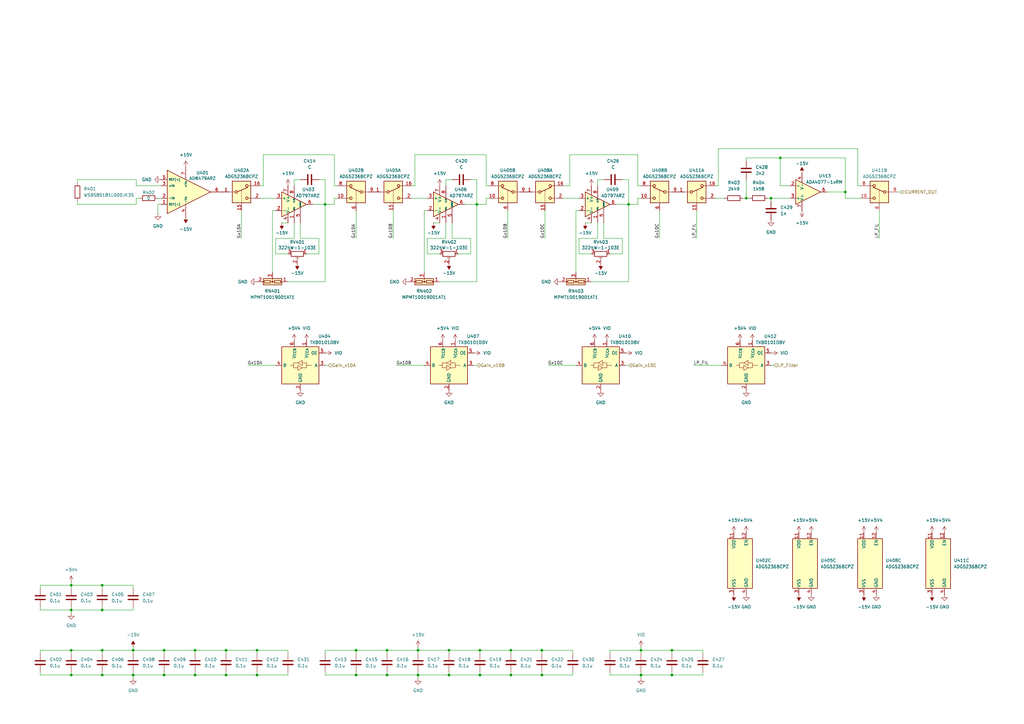
<source format=kicad_sch>
(kicad_sch (version 20231120) (generator "eeschema") (generator_version "8.0")
  (paper "A3")
  (junction (at 196.85 276.86))
  (junction (at 158.75 266.7))
  (junction (at 196.85 266.7))
  (junction (at 275.59 266.7))
  (junction (at 133.35 83.82))
  (junction (at 29.21 250.19))
  (junction (at 257.81 83.82))
  (junction (at 29.21 276.86))
  (junction (at 346.71 78.74))
  (junction (at 29.21 240.03))
  (junction (at 316.23 81.28))
  (junction (at 320.04 64.77))
  (junction (at 80.01 276.86))
  (junction (at 171.45 266.7))
  (junction (at 209.55 276.86))
  (junction (at 80.01 266.7))
  (junction (at 67.31 266.7))
  (junction (at 105.41 276.86))
  (junction (at 67.31 276.86))
  (junction (at 171.45 276.86))
  (junction (at 41.91 266.7))
  (junction (at 92.71 266.7))
  (junction (at 29.21 266.7))
  (junction (at 262.89 276.86))
  (junction (at 222.25 266.7))
  (junction (at 195.58 83.82))
  (junction (at 262.89 266.7))
  (junction (at 41.91 250.19))
  (junction (at 105.41 266.7))
  (junction (at 41.91 276.86))
  (junction (at 158.75 276.86))
  (junction (at 41.91 240.03))
  (junction (at 54.61 266.7))
  (junction (at 92.71 276.86))
  (junction (at 184.15 276.86))
  (junction (at 54.61 276.86))
  (junction (at 306.07 81.28))
  (junction (at 275.59 276.86))
  (junction (at 146.05 276.86))
  (junction (at 184.15 266.7))
  (junction (at 146.05 266.7))
  (junction (at 209.55 266.7))
  (junction (at 222.25 276.86))
  (wire (pts (xy 306.07 81.28) (xy 304.8 81.28)))
  (wire (pts (xy 250.19 266.7) (xy 250.19 267.97)))
  (wire (pts (xy 92.71 266.7) (xy 80.01 266.7)))
  (wire (pts (xy 92.71 276.86) (xy 92.71 275.59)))
  (wire (pts (xy 234.95 276.86) (xy 222.25 276.86)))
  (wire (pts (xy 175.26 104.14) (xy 180.34 104.14)))
  (wire (pts (xy 288.29 275.59) (xy 288.29 276.86)))
  (wire (pts (xy 92.71 267.97) (xy 92.71 266.7)))
  (wire (pts (xy 173.99 149.86) (xy 162.56 149.86)))
  (wire (pts (xy 113.03 104.14) (xy 118.11 104.14)))
  (wire (pts (xy 107.95 76.2) (xy 107.95 63.5)))
  (wire (pts (xy 231.14 76.2) (xy 233.68 76.2)))
  (wire (pts (xy 57.15 81.28) (xy 55.88 81.28)))
  (wire (pts (xy 158.75 276.86) (xy 171.45 276.86)))
  (wire (pts (xy 118.11 275.59) (xy 118.11 276.86)))
  (wire (pts (xy 41.91 241.3) (xy 41.91 240.03)))
  (wire (pts (xy 294.64 76.2) (xy 293.37 76.2)))
  (wire (pts (xy 130.81 97.79) (xy 123.19 97.79)))
  (wire (pts (xy 113.03 149.86) (xy 101.6 149.86)))
  (wire (pts (xy 29.21 241.3) (xy 29.21 240.03)))
  (wire (pts (xy 196.85 266.7) (xy 184.15 266.7)))
  (wire (pts (xy 295.91 149.86) (xy 284.48 149.86)))
  (wire (pts (xy 360.68 86.36) (xy 360.68 97.79)))
  (wire (pts (xy 195.58 115.57) (xy 195.58 83.82)))
  (wire (pts (xy 180.34 115.57) (xy 195.58 115.57)))
  (wire (pts (xy 199.39 81.28) (xy 199.39 83.82)))
  (wire (pts (xy 80.01 276.86) (xy 80.01 275.59)))
  (wire (pts (xy 29.21 240.03) (xy 16.51 240.03)))
  (wire (pts (xy 346.71 78.74) (xy 346.71 81.28)))
  (wire (pts (xy 29.21 250.19) (xy 29.21 248.92)))
  (wire (pts (xy 133.35 83.82) (xy 137.16 83.82)))
  (wire (pts (xy 236.22 149.86) (xy 224.79 149.86)))
  (wire (pts (xy 184.15 266.7) (xy 171.45 266.7)))
  (wire (pts (xy 250.19 275.59) (xy 250.19 276.86)))
  (wire (pts (xy 195.58 73.66) (xy 195.58 83.82)))
  (wire (pts (xy 171.45 266.7) (xy 171.45 267.97)))
  (wire (pts (xy 173.99 86.36) (xy 175.26 86.36)))
  (wire (pts (xy 111.76 111.76) (xy 111.76 86.36)))
  (wire (pts (xy 16.51 276.86) (xy 29.21 276.86)))
  (wire (pts (xy 314.96 81.28) (xy 316.23 81.28)))
  (wire (pts (xy 158.75 275.59) (xy 158.75 276.86)))
  (wire (pts (xy 262.89 266.7) (xy 250.19 266.7)))
  (wire (pts (xy 168.91 81.28) (xy 175.26 81.28)))
  (wire (pts (xy 245.11 91.44) (xy 245.11 97.79)))
  (wire (pts (xy 306.07 64.77) (xy 306.07 66.04)))
  (wire (pts (xy 285.75 86.36) (xy 285.75 97.79)))
  (wire (pts (xy 125.73 104.14) (xy 130.81 104.14)))
  (wire (pts (xy 233.68 76.2) (xy 233.68 63.5)))
  (wire (pts (xy 54.61 266.7) (xy 41.91 266.7)))
  (wire (pts (xy 346.71 64.77) (xy 346.71 78.74)))
  (wire (pts (xy 346.71 78.74) (xy 339.09 78.74)))
  (wire (pts (xy 193.04 104.14) (xy 193.04 97.79)))
  (wire (pts (xy 262.89 276.86) (xy 262.89 278.13)))
  (wire (pts (xy 270.51 86.36) (xy 270.51 97.79)))
  (wire (pts (xy 171.45 276.86) (xy 171.45 278.13)))
  (wire (pts (xy 261.62 76.2) (xy 262.89 76.2)))
  (wire (pts (xy 190.5 83.82) (xy 195.58 83.82)))
  (wire (pts (xy 16.51 250.19) (xy 29.21 250.19)))
  (wire (pts (xy 120.65 76.2) (xy 120.65 73.66)))
  (wire (pts (xy 55.88 83.82) (xy 31.75 83.82)))
  (wire (pts (xy 234.95 275.59) (xy 234.95 276.86)))
  (wire (pts (xy 41.91 266.7) (xy 41.91 267.97)))
  (wire (pts (xy 171.45 276.86) (xy 184.15 276.86)))
  (wire (pts (xy 67.31 275.59) (xy 67.31 276.86)))
  (wire (pts (xy 368.3 78.74) (xy 369.57 78.74)))
  (wire (pts (xy 29.21 275.59) (xy 29.21 276.86)))
  (wire (pts (xy 99.06 86.36) (xy 99.06 97.79)))
  (wire (pts (xy 240.03 91.44) (xy 242.57 91.44)))
  (wire (pts (xy 182.88 76.2) (xy 182.88 73.66)))
  (wire (pts (xy 177.8 91.44) (xy 180.34 91.44)))
  (wire (pts (xy 106.68 81.28) (xy 113.03 81.28)))
  (wire (pts (xy 316.23 81.28) (xy 323.85 81.28)))
  (wire (pts (xy 255.27 104.14) (xy 255.27 97.79)))
  (wire (pts (xy 275.59 266.7) (xy 262.89 266.7)))
  (wire (pts (xy 247.65 91.44) (xy 247.65 97.79)))
  (wire (pts (xy 182.88 73.66) (xy 185.42 73.66)))
  (wire (pts (xy 262.89 265.43) (xy 262.89 266.7)))
  (wire (pts (xy 158.75 266.7) (xy 158.75 267.97)))
  (wire (pts (xy 275.59 276.86) (xy 275.59 275.59)))
  (wire (pts (xy 200.66 81.28) (xy 199.39 81.28)))
  (wire (pts (xy 233.68 63.5) (xy 261.62 63.5)))
  (wire (pts (xy 209.55 266.7) (xy 222.25 266.7)))
  (wire (pts (xy 294.64 60.96) (xy 294.64 76.2)))
  (wire (pts (xy 234.95 266.7) (xy 234.95 267.97)))
  (wire (pts (xy 320.04 76.2) (xy 320.04 64.77)))
  (wire (pts (xy 41.91 276.86) (xy 54.61 276.86)))
  (wire (pts (xy 293.37 81.28) (xy 297.18 81.28)))
  (wire (pts (xy 182.88 97.79) (xy 175.26 97.79)))
  (wire (pts (xy 106.68 76.2) (xy 107.95 76.2)))
  (wire (pts (xy 55.88 73.66) (xy 55.88 76.2)))
  (wire (pts (xy 222.25 266.7) (xy 234.95 266.7)))
  (wire (pts (xy 107.95 63.5) (xy 137.16 63.5)))
  (wire (pts (xy 29.21 276.86) (xy 41.91 276.86)))
  (wire (pts (xy 170.18 63.5) (xy 199.39 63.5)))
  (wire (pts (xy 105.41 276.86) (xy 92.71 276.86)))
  (wire (pts (xy 262.89 276.86) (xy 262.89 275.59)))
  (wire (pts (xy 245.11 73.66) (xy 247.65 73.66)))
  (wire (pts (xy 133.35 266.7) (xy 133.35 267.97)))
  (wire (pts (xy 105.41 275.59) (xy 105.41 276.86)))
  (wire (pts (xy 257.81 115.57) (xy 257.81 83.82)))
  (wire (pts (xy 41.91 240.03) (xy 54.61 240.03)))
  (wire (pts (xy 120.65 73.66) (xy 123.19 73.66)))
  (wire (pts (xy 16.51 266.7) (xy 16.51 267.97)))
  (wire (pts (xy 209.55 266.7) (xy 196.85 266.7)))
  (wire (pts (xy 261.62 63.5) (xy 261.62 76.2)))
  (wire (pts (xy 137.16 83.82) (xy 137.16 81.28)))
  (wire (pts (xy 130.81 73.66) (xy 133.35 73.66)))
  (wire (pts (xy 351.79 60.96) (xy 294.64 60.96)))
  (wire (pts (xy 262.89 267.97) (xy 262.89 266.7)))
  (wire (pts (xy 118.11 115.57) (xy 133.35 115.57)))
  (wire (pts (xy 185.42 91.44) (xy 185.42 97.79)))
  (wire (pts (xy 31.75 73.66) (xy 55.88 73.66)))
  (wire (pts (xy 137.16 63.5) (xy 137.16 76.2)))
  (wire (pts (xy 54.61 240.03) (xy 54.61 241.3)))
  (wire (pts (xy 120.65 97.79) (xy 113.03 97.79)))
  (wire (pts (xy 130.81 104.14) (xy 130.81 97.79)))
  (wire (pts (xy 199.39 83.82) (xy 195.58 83.82)))
  (wire (pts (xy 275.59 267.97) (xy 275.59 266.7)))
  (wire (pts (xy 288.29 276.86) (xy 275.59 276.86)))
  (wire (pts (xy 196.85 267.97) (xy 196.85 266.7)))
  (wire (pts (xy 31.75 82.55) (xy 31.75 83.82)))
  (wire (pts (xy 288.29 266.7) (xy 288.29 267.97)))
  (wire (pts (xy 252.73 83.82) (xy 257.81 83.82)))
  (wire (pts (xy 29.21 266.7) (xy 29.21 267.97)))
  (wire (pts (xy 146.05 276.86) (xy 158.75 276.86)))
  (wire (pts (xy 208.28 86.36) (xy 208.28 97.79)))
  (wire (pts (xy 80.01 276.86) (xy 92.71 276.86)))
  (wire (pts (xy 320.04 64.77) (xy 306.07 64.77)))
  (wire (pts (xy 128.27 83.82) (xy 133.35 83.82)))
  (wire (pts (xy 54.61 276.86) (xy 54.61 278.13)))
  (wire (pts (xy 54.61 266.7) (xy 54.61 267.97)))
  (wire (pts (xy 158.75 266.7) (xy 146.05 266.7)))
  (wire (pts (xy 67.31 276.86) (xy 80.01 276.86)))
  (wire (pts (xy 222.25 276.86) (xy 209.55 276.86)))
  (wire (pts (xy 209.55 267.97) (xy 209.55 266.7)))
  (wire (pts (xy 236.22 111.76) (xy 236.22 86.36)))
  (wire (pts (xy 29.21 250.19) (xy 41.91 250.19)))
  (wire (pts (xy 257.81 83.82) (xy 261.62 83.82)))
  (wire (pts (xy 168.91 76.2) (xy 170.18 76.2)))
  (wire (pts (xy 120.65 91.44) (xy 120.65 97.79)))
  (wire (pts (xy 16.51 240.03) (xy 16.51 241.3)))
  (wire (pts (xy 275.59 266.7) (xy 288.29 266.7)))
  (wire (pts (xy 245.11 76.2) (xy 245.11 73.66)))
  (wire (pts (xy 175.26 97.79) (xy 175.26 104.14)))
  (wire (pts (xy 317.5 149.86) (xy 316.23 149.86)))
  (wire (pts (xy 187.96 104.14) (xy 193.04 104.14)))
  (wire (pts (xy 54.61 276.86) (xy 67.31 276.86)))
  (wire (pts (xy 223.52 86.36) (xy 223.52 97.79)))
  (wire (pts (xy 41.91 266.7) (xy 29.21 266.7)))
  (wire (pts (xy 16.51 275.59) (xy 16.51 276.86)))
  (wire (pts (xy 67.31 266.7) (xy 54.61 266.7)))
  (wire (pts (xy 111.76 86.36) (xy 113.03 86.36)))
  (wire (pts (xy 261.62 83.82) (xy 261.62 81.28)))
  (wire (pts (xy 222.25 275.59) (xy 222.25 276.86)))
  (wire (pts (xy 67.31 266.7) (xy 67.31 267.97)))
  (wire (pts (xy 134.62 149.86) (xy 133.35 149.86)))
  (wire (pts (xy 209.55 276.86) (xy 209.55 275.59)))
  (wire (pts (xy 323.85 76.2) (xy 320.04 76.2)))
  (wire (pts (xy 64.77 87.63) (xy 64.77 83.82)))
  (wire (pts (xy 146.05 86.36) (xy 146.05 97.79)))
  (wire (pts (xy 105.41 266.7) (xy 105.41 267.97)))
  (wire (pts (xy 257.81 73.66) (xy 257.81 83.82)))
  (wire (pts (xy 316.23 81.28) (xy 316.23 82.55)))
  (wire (pts (xy 196.85 276.86) (xy 196.85 275.59)))
  (wire (pts (xy 115.57 91.44) (xy 118.11 91.44)))
  (wire (pts (xy 242.57 115.57) (xy 257.81 115.57)))
  (wire (pts (xy 184.15 266.7) (xy 184.15 267.97)))
  (wire (pts (xy 346.71 81.28) (xy 353.06 81.28)))
  (wire (pts (xy 237.49 104.14) (xy 242.57 104.14)))
  (wire (pts (xy 351.79 76.2) (xy 351.79 60.96)))
  (wire (pts (xy 231.14 81.28) (xy 237.49 81.28)))
  (wire (pts (xy 171.45 265.43) (xy 171.45 266.7)))
  (wire (pts (xy 64.77 83.82) (xy 66.04 83.82)))
  (wire (pts (xy 255.27 97.79) (xy 247.65 97.79)))
  (wire (pts (xy 41.91 240.03) (xy 29.21 240.03)))
  (wire (pts (xy 113.03 97.79) (xy 113.03 104.14)))
  (wire (pts (xy 306.07 73.66) (xy 306.07 81.28)))
  (wire (pts (xy 54.61 275.59) (xy 54.61 276.86)))
  (wire (pts (xy 320.04 64.77) (xy 346.71 64.77)))
  (wire (pts (xy 118.11 276.86) (xy 105.41 276.86)))
  (wire (pts (xy 133.35 115.57) (xy 133.35 83.82)))
  (wire (pts (xy 31.75 73.66) (xy 31.75 74.93)))
  (wire (pts (xy 54.61 248.92) (xy 54.61 250.19)))
  (wire (pts (xy 80.01 267.97) (xy 80.01 266.7)))
  (wire (pts (xy 41.91 250.19) (xy 41.91 248.92)))
  (wire (pts (xy 173.99 111.76) (xy 173.99 86.36)))
  (wire (pts (xy 184.15 275.59) (xy 184.15 276.86)))
  (wire (pts (xy 41.91 275.59) (xy 41.91 276.86)))
  (wire (pts (xy 250.19 276.86) (xy 262.89 276.86)))
  (wire (pts (xy 29.21 238.76) (xy 29.21 240.03)))
  (wire (pts (xy 161.29 86.36) (xy 161.29 97.79)))
  (wire (pts (xy 80.01 266.7) (xy 67.31 266.7)))
  (wire (pts (xy 195.58 149.86) (xy 194.31 149.86)))
  (wire (pts (xy 222.25 266.7) (xy 222.25 267.97)))
  (wire (pts (xy 105.41 266.7) (xy 118.11 266.7)))
  (wire (pts (xy 146.05 266.7) (xy 146.05 267.97)))
  (wire (pts (xy 133.35 73.66) (xy 133.35 83.82)))
  (wire (pts (xy 351.79 76.2) (xy 353.06 76.2)))
  (wire (pts (xy 54.61 250.19) (xy 41.91 250.19)))
  (wire (pts (xy 261.62 81.28) (xy 262.89 81.28)))
  (wire (pts (xy 133.35 275.59) (xy 133.35 276.86)))
  (wire (pts (xy 54.61 265.43) (xy 54.61 266.7)))
  (wire (pts (xy 55.88 81.28) (xy 55.88 83.82)))
  (wire (pts (xy 237.49 97.79) (xy 237.49 104.14)))
  (wire (pts (xy 199.39 63.5) (xy 199.39 76.2)))
  (wire (pts (xy 171.45 275.59) (xy 171.45 276.86)))
  (wire (pts (xy 55.88 76.2) (xy 66.04 76.2)))
  (wire (pts (xy 171.45 266.7) (xy 158.75 266.7)))
  (wire (pts (xy 245.11 97.79) (xy 237.49 97.79)))
  (wire (pts (xy 137.16 81.28) (xy 138.43 81.28)))
  (wire (pts (xy 170.18 76.2) (xy 170.18 63.5)))
  (wire (pts (xy 306.07 81.28) (xy 307.34 81.28)))
  (wire (pts (xy 193.04 97.79) (xy 185.42 97.79)))
  (wire (pts (xy 193.04 73.66) (xy 195.58 73.66)))
  (wire (pts (xy 199.39 76.2) (xy 200.66 76.2)))
  (wire (pts (xy 182.88 91.44) (xy 182.88 97.79)))
  (wire (pts (xy 196.85 276.86) (xy 209.55 276.86)))
  (wire (pts (xy 29.21 250.19) (xy 29.21 251.46)))
  (wire (pts (xy 146.05 266.7) (xy 133.35 266.7)))
  (wire (pts (xy 262.89 276.86) (xy 275.59 276.86)))
  (wire (pts (xy 123.19 91.44) (xy 123.19 97.79)))
  (wire (pts (xy 66.04 81.28) (xy 64.77 81.28)))
  (wire (pts (xy 137.16 76.2) (xy 138.43 76.2)))
  (wire (pts (xy 146.05 275.59) (xy 146.05 276.86)))
  (wire (pts (xy 133.35 276.86) (xy 146.05 276.86)))
  (wire (pts (xy 16.51 248.92) (xy 16.51 250.19)))
  (wire (pts (xy 255.27 73.66) (xy 257.81 73.66)))
  (wire (pts (xy 29.21 266.7) (xy 16.51 266.7)))
  (wire (pts (xy 236.22 86.36) (xy 237.49 86.36)))
  (wire (pts (xy 250.19 104.14) (xy 255.27 104.14)))
  (wire (pts (xy 184.15 276.86) (xy 196.85 276.86)))
  (wire (pts (xy 257.81 149.86) (xy 256.54 149.86)))
  (wire (pts (xy 118.11 266.7) (xy 118.11 267.97)))
  (wire (pts (xy 92.71 266.7) (xy 105.41 266.7)))
  (label "Gx10C" (at 224.79 149.86 0))
  (label "Gx10B" (at 208.28 97.79 90))
  (label "Gx10C" (at 223.52 97.79 90))
  (label "LP_FIL" (at 284.48 149.86 0))
  (label "Gx10B" (at 162.56 149.86 0))
  (label "Gx10A" (at 146.05 97.79 90))
  (label "Gx10A" (at 101.6 149.86 0))
  (label "Gx10A" (at 99.06 97.79 90))
  (label "Gx10C" (at 270.51 97.79 90))
  (label "Gx10B" (at 161.29 97.79 90))
  (label "LP_FIL" (at 360.68 97.79 90))
  (label "LP_FIL" (at 285.75 97.79 90))
  (hierarchical_label "Gain_x10C" (shape input) (at 257.81 149.86 0))
  (hierarchical_label "LP_Filter" (shape input) (at 317.5 149.86 0))
  (hierarchical_label "Gain_x10B" (shape input) (at 195.58 149.86 0))
  (hierarchical_label "Gain_x10A" (shape input) (at 134.62 149.86 0))
  (hierarchical_label "CURRENT_OUT" (shape output) (at 369.57 78.74 0))
  (symbol (lib_id "power:GND") (at 387.35 243.84 0) (unit 1)
    (property "Reference" "#PWR0459" (effects (hide yes)))
    (property "Value" "GND" (at 387.35 248.92 0))
    (property "Description" "Power symbol creates a global label with name \"GND\" , ground" (effects (hide yes)))
  )
  (symbol (lib_id "Device:C") (at 41.91 271.78 0) (unit 1)
    (property "Reference" "C406" (at 45.72 270.5099 0) (effects (justify left)))
    (property "Value" "0.1u" (at 45.72 273.0499 0) (effects (justify left)))
    (property "Footprint" "Capacitor_SMD:C_0603_1608Metric_Pad1.08x0.95mm_HandSolder" (effects (hide yes)))
    (property "Description" "Unpolarized capacitor" (effects (hide yes)))
  )
  (symbol (lib_id "power:GND") (at 66.04 73.66 270) (unit 1)
    (property "Reference" "#PWR0406" (effects (hide yes)))
    (property "Value" "GND" (at 62.23 73.6599 90) (effects (justify right)))
    (property "Description" "Power symbol creates a global label with name \"GND\" , ground" (effects (hide yes)))
  )
  (symbol (lib_id "power:-15V") (at 327.66 243.84 180) (unit 1)
    (property "Reference" "#PWR0447" (effects (hide yes)))
    (property "Value" "-15V" (at 327.66 248.92 0))
    (property "Description" "Power symbol creates a global label with name \"-15V\"" (effects (hide yes)))
  )
  (symbol (lib_id "power:GND") (at 123.19 160.02 0) (unit 1)
    (property "Reference" "#PWR0414" (effects (hide yes)))
    (property "Value" "GND" (at 123.19 165.1 0))
    (property "Description" "Power symbol creates a global label with name \"GND\" , ground" (effects (hide yes)))
  )
  (symbol (lib_id "Device:R_Potentiometer_Trim") (at 184.15 104.14 270) (unit 1)
    (property "Reference" "RV402" (at 184.15 99.314 90))
    (property "Value" "3224W-1-103E" (at 184.15 101.6 90))
    (property "Footprint" "Potentiometer_SMD:Potentiometer_Bourns_3224W_Vertical" (effects (hide yes)))
    (property "Description" "Trim-potentiometer" (effects (hide yes)))
  )
  (symbol (lib_id "Device:C") (at 275.59 271.78 0) (unit 1)
    (property "Reference" "C425" (at 279.4 270.5099 0) (effects (justify left)))
    (property "Value" "0.1u" (at 279.4 273.0499 0) (effects (justify left)))
    (property "Footprint" "Capacitor_SMD:C_0603_1608Metric_Pad1.08x0.95mm_HandSolder" (effects (hide yes)))
    (property "Description" "Unpolarized capacitor" (effects (hide yes)))
  )
  (symbol (lib_id "AD4030:ADG5236BCPZ") (at 303.53 231.14 0) (unit 3)
    (property "Reference" "U402" (at 309.88 229.8699 0) (effects (justify left)))
    (property "Value" "ADG5236BCPZ" (at 309.88 232.4099 0) (effects (justify left)))
    (property "Footprint" "Package_DFN_QFN:QFN-16-1EP_4x4mm_P0.65mm_EP2.5x2.5mm_ThermalVias" (effects (hide yes)))
    (property "Datasheet" "https://www.analog.com/media/en/technical-documentation/data-sheets/adg5236.pdf" (effects (hide yes)))
    (property "Description" "High Voltage Latch-Up Proof, Dual SPDT Switches" (effects (hide yes)))
  )
  (symbol (lib_id "AD4030:VIO") (at 256.54 144.78 270) (mirror x) (unit 1)
    (property "Reference" "#PWR0436" (effects (hide yes)))
    (property "Value" "VIO" (at 260.35 144.7799 90) (effects (justify left)))
    (property "Description" "Power symbol creates a global label with name \"VIO\"" (effects (hide yes)))
  )
  (symbol (lib_id "AD4030:+5V4") (at 181.61 139.7 0) (unit 1)
    (property "Reference" "#PWR0422" (effects (hide yes)))
    (property "Value" "+5V4" (at 181.61 134.62 0))
  )
  (symbol (lib_id "Amplifier_Operational:AD797") (at 245.11 83.82 0) (unit 1)
    (property "Reference" "U409" (at 251.206 77.724 0))
    (property "Value" "AD797ARZ" (at 251.46 80.264 0))
    (property "Footprint" "Package_SO:SOIC-8_3.9x4.9mm_P1.27mm" (effects (hide yes)))
    (property "Datasheet" "https://www.analog.com/media/en/technical-documentation/data-sheets/AD797.pdf" (effects (hide yes)))
    (property "Description" "Ultralow Distortion, Ultralow Noise Op Amp, DIP-8/SOIC-8" (effects (hide yes)))
  )
  (symbol (lib_id "power:GND") (at 171.45 278.13 0) (unit 1)
    (property "Reference" "#PWR0418" (effects (hide yes)))
    (property "Value" "GND" (at 171.45 283.21 0))
    (property "Description" "Power symbol creates a global label with name \"GND\" , ground" (effects (hide yes)))
  )
  (symbol (lib_id "power:+15V") (at 171.45 265.43 0) (unit 1)
    (property "Reference" "#PWR0417" (effects (hide yes)))
    (property "Value" "+15V" (at 171.45 260.35 0))
    (property "Description" "Power symbol creates a global label with name \"+15V\"" (effects (hide yes)))
  )
  (symbol (lib_id "Device:C") (at 250.19 271.78 0) (unit 1)
    (property "Reference" "C423" (at 254 270.5099 0) (effects (justify left)))
    (property "Value" "0.1u" (at 254 273.0499 0) (effects (justify left)))
    (property "Footprint" "Capacitor_SMD:C_0603_1608Metric_Pad1.08x0.95mm_HandSolder" (effects (hide yes)))
    (property "Description" "Unpolarized capacitor" (effects (hide yes)))
  )
  (symbol (lib_id "power:GND") (at 54.61 278.13 0) (unit 1)
    (property "Reference" "#PWR0404" (effects (hide yes)))
    (property "Value" "GND" (at 54.61 283.21 0))
    (property "Description" "Power symbol creates a global label with name \"GND\" , ground" (effects (hide yes)))
  )
  (symbol (lib_id "Device:C") (at 288.29 271.78 0) (unit 1)
    (property "Reference" "C427" (at 292.1 270.5099 0) (effects (justify left)))
    (property "Value" "0.1u" (at 292.1 273.0499 0) (effects (justify left)))
    (property "Footprint" "Capacitor_SMD:C_0603_1608Metric_Pad1.08x0.95mm_HandSolder" (effects (hide yes)))
    (property "Description" "Unpolarized capacitor" (effects (hide yes)))
  )
  (symbol (lib_id "power:GND") (at 64.77 87.63 0) (unit 1)
    (property "Reference" "#PWR0405" (effects (hide yes)))
    (property "Value" "GND" (at 64.77 92.71 0))
    (property "Description" "Power symbol creates a global label with name \"GND\" , ground" (effects (hide yes)))
  )
  (symbol (lib_id "AD4030:ADG5236BCPZ") (at 99.06 78.74 0) (unit 1)
    (property "Reference" "U402" (at 99.06 69.85 0))
    (property "Value" "ADG5236BCPZ" (at 99.06 72.39 0))
    (property "Footprint" "Package_DFN_QFN:QFN-16-1EP_4x4mm_P0.65mm_EP2.5x2.5mm_ThermalVias" (effects (hide yes)))
    (property "Datasheet" "https://www.analog.com/media/en/technical-documentation/data-sheets/adg5236.pdf" (effects (hide yes)))
    (property "Description" "High Voltage Latch-Up Proof, Dual SPDT Switches" (effects (hide yes)))
  )
  (symbol (lib_id "AD4030:VIO") (at 316.23 144.78 270) (mirror x) (unit 1)
    (property "Reference" "#PWR0445" (effects (hide yes)))
    (property "Value" "VIO" (at 320.04 144.7799 90) (effects (justify left)))
    (property "Description" "Power symbol creates a global label with name \"VIO\"" (effects (hide yes)))
  )
  (symbol (lib_id "AD4030:VIO") (at 186.69 139.7 0) (mirror y) (unit 1)
    (property "Reference" "#PWR0425" (effects (hide yes)))
    (property "Value" "VIO" (at 186.69 134.62 0))
    (property "Description" "Power symbol creates a global label with name \"VIO\"" (effects (hide yes)))
  )
  (symbol (lib_id "Device:C") (at 118.11 271.78 0) (unit 1)
    (property "Reference" "C431" (at 121.92 270.5099 0) (effects (justify left)))
    (property "Value" "0.1u" (at 121.92 273.0499 0) (effects (justify left)))
    (property "Footprint" "Capacitor_SMD:C_0603_1608Metric_Pad1.08x0.95mm_HandSolder" (effects (hide yes)))
    (property "Description" "Unpolarized capacitor" (effects (hide yes)))
  )
  (symbol (lib_id "power:-15V") (at 354.33 243.84 180) (unit 1)
    (property "Reference" "#PWR0453" (effects (hide yes)))
    (property "Value" "-15V" (at 354.33 248.92 0))
    (property "Description" "Power symbol creates a global label with name \"-15V\"" (effects (hide yes)))
  )
  (symbol (lib_id "AD4030:VIO") (at 125.73 139.7 0) (mirror y) (unit 1)
    (property "Reference" "#PWR0415" (effects (hide yes)))
    (property "Value" "VIO" (at 125.73 134.62 0))
    (property "Description" "Power symbol creates a global label with name \"VIO\"" (effects (hide yes)))
  )
  (symbol (lib_id "AD4030:+5V4") (at 387.35 218.44 0) (unit 1)
    (property "Reference" "#PWR0458" (effects (hide yes)))
    (property "Value" "+5V4" (at 387.35 213.36 0))
  )
  (symbol (lib_id "Device:VoltageDivider_CenterPin3") (at 173.99 115.57 270) (mirror x) (unit 1)
    (property "Reference" "RN402" (at 173.99 119.38 90))
    (property "Value" "MPMT10019001AT1" (at 173.99 121.92 90))
    (property "Footprint" "Package_TO_SOT_SMD:SOT-23" (effects (hide yes)))
    (property "Description" "Voltage divider, center on pin 3" (effects (hide yes)))
  )
  (symbol (lib_id "AD4030:VIO") (at 194.31 144.78 270) (mirror x) (unit 1)
    (property "Reference" "#PWR0426" (effects (hide yes)))
    (property "Value" "VIO" (at 198.12 144.7799 90) (effects (justify left)))
    (property "Description" "Power symbol creates a global label with name \"VIO\"" (effects (hide yes)))
  )
  (symbol (lib_id "power:GND") (at 105.41 115.57 270) (unit 1)
    (property "Reference" "#PWR0409" (effects (hide yes)))
    (property "Value" "GND" (at 101.6 115.5699 90) (effects (justify right)))
    (property "Description" "Power symbol creates a global label with name \"GND\" , ground" (effects (hide yes)))
  )
  (symbol (lib_id "power:GND") (at 184.15 160.02 0) (unit 1)
    (property "Reference" "#PWR0424" (effects (hide yes)))
    (property "Value" "GND" (at 184.15 165.1 0))
    (property "Description" "Power symbol creates a global label with name \"GND\" , ground" (effects (hide yes)))
  )
  (symbol (lib_id "Device:R") (at 31.75 78.74 0) (unit 1)
    (property "Reference" "R401" (at 34.29 77.4699 0) (effects (justify left)))
    (property "Value" "WSBS85181L000JK35" (at 34.29 80.0099 0) (effects (justify left)))
    (property "Footprint" "AD4030:WSBS8518-35" (effects (hide yes)))
    (property "Description" "Resistor" (effects (hide yes)))
  )
  (symbol (lib_id "power:+15V") (at 242.57 76.2 0) (unit 1)
    (property "Reference" "#PWR0431" (effects (hide yes)))
    (property "Value" "+15V" (at 242.57 71.12 0))
    (property "Description" "Power symbol creates a global label with name \"+15V\"" (effects (hide yes)))
  )
  (symbol (lib_id "power:-15V") (at 54.61 265.43 0) (unit 1)
    (property "Reference" "#PWR0403" (effects (hide yes)))
    (property "Value" "-15V" (at 54.61 260.35 0))
    (property "Description" "Power symbol creates a global label with name \"-15V\"" (effects (hide yes)))
  )
  (symbol (lib_id "power:-15V") (at 115.57 91.44 180) (unit 1)
    (property "Reference" "#PWR0410" (effects (hide yes)))
    (property "Value" "-15V" (at 115.57 95.504 0))
    (property "Description" "Power symbol creates a global label with name \"-15V\"" (effects (hide yes)))
  )
  (symbol (lib_id "Device:C") (at 54.61 245.11 0) (unit 1)
    (property "Reference" "C407" (at 58.42 243.8399 0) (effects (justify left)))
    (property "Value" "0.1u" (at 58.42 246.3799 0) (effects (justify left)))
    (property "Footprint" "Capacitor_SMD:C_0603_1608Metric_Pad1.08x0.95mm_HandSolder" (effects (hide yes)))
    (property "Description" "Unpolarized capacitor" (effects (hide yes)))
  )
  (symbol (lib_id "AD4030:VIO") (at 262.89 265.43 0) (mirror y) (unit 1)
    (property "Reference" "#PWR0428" (effects (hide yes)))
    (property "Value" "VIO" (at 262.89 260.35 0))
    (property "Description" "Power symbol creates a global label with name \"VIO\"" (effects (hide yes)))
  )
  (symbol (lib_id "Device:C") (at 67.31 271.78 0) (unit 1)
    (property "Reference" "C409" (at 71.12 270.5099 0) (effects (justify left)))
    (property "Value" "0.1u" (at 71.12 273.0499 0) (effects (justify left)))
    (property "Footprint" "Capacitor_SMD:C_0603_1608Metric_Pad1.08x0.95mm_HandSolder" (effects (hide yes)))
    (property "Description" "Unpolarized capacitor" (effects (hide yes)))
  )
  (symbol (lib_id "AD4030:+5V4") (at 359.41 218.44 0) (unit 1)
    (property "Reference" "#PWR0454" (effects (hide yes)))
    (property "Value" "+5V4" (at 359.41 213.36 0))
  )
  (symbol (lib_id "Device:C") (at 184.15 271.78 0) (unit 1)
    (property "Reference" "C418" (at 187.96 270.5099 0) (effects (justify left)))
    (property "Value" "0.1u" (at 187.96 273.0499 0) (effects (justify left)))
    (property "Footprint" "Capacitor_SMD:C_0603_1608Metric_Pad1.08x0.95mm_HandSolder" (effects (hide yes)))
    (property "Description" "Unpolarized capacitor" (effects (hide yes)))
  )
  (symbol (lib_id "power:-15V") (at 177.8 91.44 180) (unit 1)
    (property "Reference" "#PWR0420" (effects (hide yes)))
    (property "Value" "-15V" (at 177.8 95.504 0))
    (property "Description" "Power symbol creates a global label with name \"-15V\"" (effects (hide yes)))
  )
  (symbol (lib_id "power:GND") (at 229.87 115.57 270) (unit 1)
    (property "Reference" "#PWR0427" (effects (hide yes)))
    (property "Value" "GND" (at 226.06 115.5699 90) (effects (justify right)))
    (property "Description" "Power symbol creates a global label with name \"GND\" , ground" (effects (hide yes)))
  )
  (symbol (lib_id "power:-15V") (at 240.03 91.44 180) (unit 1)
    (property "Reference" "#PWR0430" (effects (hide yes)))
    (property "Value" "-15V" (at 240.03 95.504 0))
    (property "Description" "Power symbol creates a global label with name \"-15V\"" (effects (hide yes)))
  )
  (symbol (lib_id "AD4030:+5V4") (at 243.84 139.7 0) (unit 1)
    (property "Reference" "#PWR0432" (effects (hide yes)))
    (property "Value" "+5V4" (at 243.84 134.62 0))
  )
  (symbol (lib_id "power:+15V") (at 180.34 76.2 0) (unit 1)
    (property "Reference" "#PWR0421" (effects (hide yes)))
    (property "Value" "+15V" (at 180.34 71.12 0))
    (property "Description" "Power symbol creates a global label with name \"+15V\"" (effects (hide yes)))
  )
  (symbol (lib_id "power:+15V") (at 327.66 218.44 0) (unit 1)
    (property "Reference" "#PWR0446" (effects (hide yes)))
    (property "Value" "+15V" (at 327.66 213.36 0))
    (property "Description" "Power symbol creates a global label with name \"+15V\"" (effects (hide yes)))
  )
  (symbol (lib_id "power:GND") (at 29.21 251.46 0) (unit 1)
    (property "Reference" "#PWR0402" (effects (hide yes)))
    (property "Value" "GND" (at 29.21 256.54 0))
    (property "Description" "Power symbol creates a global label with name \"GND\" , ground" (effects (hide yes)))
  )
  (symbol (lib_id "power:-15V") (at 300.99 243.84 180) (unit 1)
    (property "Reference" "#PWR0438" (effects (hide yes)))
    (property "Value" "-15V" (at 300.99 248.92 0))
    (property "Description" "Power symbol creates a global label with name \"-15V\"" (effects (hide yes)))
  )
  (symbol (lib_id "Device:C") (at 251.46 73.66 90) (unit 1)
    (property "Reference" "C426" (at 251.46 66.04 90))
    (property "Value" "C" (at 251.46 68.58 90))
    (property "Footprint" "Capacitor_SMD:C_0603_1608Metric_Pad1.08x0.95mm_HandSolder" (effects (hide yes)))
    (property "Description" "Unpolarized capacitor" (effects (hide yes)))
  )
  (symbol (lib_id "AD4030:+5V4") (at 29.21 238.76 0) (unit 1)
    (property "Reference" "#PWR0401" (effects (hide yes)))
    (property "Value" "+5V4" (at 29.21 233.68 0))
  )
  (symbol (lib_id "Logic_LevelTranslator:TXB0101DBV") (at 246.38 149.86 0) (mirror y) (unit 1)
    (property "Reference" "U410" (at 256.286 137.922 0))
    (property "Value" "TXB0101DBV" (at 256.286 140.462 0))
    (property "Footprint" "Package_TO_SOT_SMD:SOT-23-6" (effects (hide yes)))
    (property "Datasheet" "http://www.ti.com/lit/ds/symlink/txb0101.pdf" (effects (hide yes)))
    (property "Description" "1-Bit Bidirectional Voltage-Level Translator in TSSOP Package With Auto Direction Sensing and ±15-kV ESD Protection, SOT-23-6" (effects (hide yes)))
  )
  (symbol (lib_id "AD4030:ADG5236BCPZ") (at 384.81 231.14 0) (unit 3)
    (property "Reference" "U411" (at 391.16 229.8699 0) (effects (justify left)))
    (property "Value" "ADG5236BCPZ" (at 391.16 232.4099 0) (effects (justify left)))
    (property "Footprint" "Package_DFN_QFN:QFN-16-1EP_4x4mm_P0.65mm_EP2.5x2.5mm_ThermalVias" (effects (hide yes)))
    (property "Datasheet" "https://www.analog.com/media/en/technical-documentation/data-sheets/adg5236.pdf" (effects (hide yes)))
    (property "Description" "High Voltage Latch-Up Proof, Dual SPDT Switches" (effects (hide yes)))
  )
  (symbol (lib_id "Device:C") (at 171.45 271.78 0) (unit 1)
    (property "Reference" "C417" (at 175.26 270.5099 0) (effects (justify left)))
    (property "Value" "0.1u" (at 175.26 273.0499 0) (effects (justify left)))
    (property "Footprint" "Capacitor_SMD:C_0603_1608Metric_Pad1.08x0.95mm_HandSolder" (effects (hide yes)))
    (property "Description" "Unpolarized capacitor" (effects (hide yes)))
  )
  (symbol (lib_id "Device:C") (at 133.35 271.78 0) (unit 1)
    (property "Reference" "C413" (at 137.16 270.5099 0) (effects (justify left)))
    (property "Value" "0.1u" (at 137.16 273.0499 0) (effects (justify left)))
    (property "Footprint" "Capacitor_SMD:C_0603_1608Metric_Pad1.08x0.95mm_HandSolder" (effects (hide yes)))
    (property "Description" "Unpolarized capacitor" (effects (hide yes)))
  )
  (symbol (lib_id "Device:R") (at 60.96 81.28 90) (unit 1)
    (property "Reference" "R402" (at 60.96 78.994 90))
    (property "Value" "0" (at 60.96 81.28 90))
    (property "Footprint" "Resistor_SMD:R_0603_1608Metric_Pad0.98x0.95mm_HandSolder" (effects (hide yes)))
    (property "Description" "Resistor" (effects (hide yes)))
  )
  (symbol (lib_id "Device:C") (at 29.21 245.11 0) (unit 1)
    (property "Reference" "C403" (at 33.02 243.8399 0) (effects (justify left)))
    (property "Value" "0.1u" (at 33.02 246.3799 0) (effects (justify left)))
    (property "Footprint" "Capacitor_SMD:C_0603_1608Metric_Pad1.08x0.95mm_HandSolder" (effects (hide yes)))
    (property "Description" "Unpolarized capacitor" (effects (hide yes)))
  )
  (symbol (lib_id "Device:C") (at 222.25 271.78 0) (unit 1)
    (property "Reference" "C422" (at 226.06 270.5099 0) (effects (justify left)))
    (property "Value" "0.1u" (at 226.06 273.0499 0) (effects (justify left)))
    (property "Footprint" "Capacitor_SMD:C_0603_1608Metric_Pad1.08x0.95mm_HandSolder" (effects (hide yes)))
    (property "Description" "Unpolarized capacitor" (effects (hide yes)))
  )
  (symbol (lib_id "Device:C") (at 127 73.66 90) (unit 1)
    (property "Reference" "C414" (at 127 66.04 90))
    (property "Value" "C" (at 127 68.58 90))
    (property "Footprint" "Capacitor_SMD:C_0603_1608Metric_Pad1.08x0.95mm_HandSolder" (effects (hide yes)))
    (property "Description" "Unpolarized capacitor" (effects (hide yes)))
  )
  (symbol (lib_id "power:-15V") (at 76.2 88.9 180) (unit 1)
    (property "Reference" "#PWR0408" (effects (hide yes)))
    (property "Value" "-15V" (at 76.2 93.98 0))
    (property "Description" "Power symbol creates a global label with name \"-15V\"" (effects (hide yes)))
  )
  (symbol (lib_id "Device:C") (at 306.07 69.85 0) (unit 1)
    (property "Reference" "C428" (at 309.88 68.5799 0) (effects (justify left)))
    (property "Value" "2n2" (at 309.88 71.1199 0) (effects (justify left)))
    (property "Footprint" "Capacitor_SMD:C_0603_1608Metric_Pad1.08x0.95mm_HandSolder" (effects (hide yes)))
    (property "Description" "Unpolarized capacitor" (effects (hide yes)))
  )
  (symbol (lib_id "Amplifier_Operational:AD797") (at 182.88 83.82 0) (unit 1)
    (property "Reference" "U406" (at 188.976 77.724 0))
    (property "Value" "AD797ARZ" (at 189.23 80.264 0))
    (property "Footprint" "Package_SO:SOIC-8_3.9x4.9mm_P1.27mm" (effects (hide yes)))
    (property "Datasheet" "https://www.analog.com/media/en/technical-documentation/data-sheets/AD797.pdf" (effects (hide yes)))
    (property "Description" "Ultralow Distortion, Ultralow Noise Op Amp, DIP-8/SOIC-8" (effects (hide yes)))
  )
  (symbol (lib_id "power:GND") (at 262.89 278.13 0) (unit 1)
    (property "Reference" "#PWR0429" (effects (hide yes)))
    (property "Value" "GND" (at 262.89 283.21 0))
    (property "Description" "Power symbol creates a global label with name \"GND\" , ground" (effects (hide yes)))
  )
  (symbol (lib_id "AD4030:AD8479") (at 74.93 78.74 0) (unit 1)
    (property "Reference" "U401" (at 83.058 70.866 0))
    (property "Value" "AD8479ARZ" (at 83.058 73.152 0))
    (property "Footprint" "Package_SO:SOIC-8_3.9x4.9mm_P1.27mm" (effects (hide yes)))
    (property "Description" "Very High Common-Mode Voltage Precision Difference Amplifier" (effects (hide yes)))
  )
  (symbol (lib_id "Device:C") (at 146.05 271.78 0) (unit 1)
    (property "Reference" "C415" (at 149.86 270.5099 0) (effects (justify left)))
    (property "Value" "0.1u" (at 149.86 273.0499 0) (effects (justify left)))
    (property "Footprint" "Capacitor_SMD:C_0603_1608Metric_Pad1.08x0.95mm_HandSolder" (effects (hide yes)))
    (property "Description" "Unpolarized capacitor" (effects (hide yes)))
  )
  (symbol (lib_id "AD4030:+5V4") (at 120.65 139.7 0) (unit 1)
    (property "Reference" "#PWR0412" (effects (hide yes)))
    (property "Value" "+5V4" (at 120.65 134.62 0))
  )
  (symbol (lib_id "Device:C") (at 189.23 73.66 90) (unit 1)
    (property "Reference" "C420" (at 189.23 66.04 90))
    (property "Value" "C" (at 189.23 68.58 90))
    (property "Footprint" "Capacitor_SMD:C_0603_1608Metric_Pad1.08x0.95mm_HandSolder" (effects (hide yes)))
    (property "Description" "Unpolarized capacitor" (effects (hide yes)))
  )
  (symbol (lib_id "Device:C") (at 262.89 271.78 0) (unit 1)
    (property "Reference" "C424" (at 266.7 270.5099 0) (effects (justify left)))
    (property "Value" "0.1u" (at 266.7 273.0499 0) (effects (justify left)))
    (property "Footprint" "Capacitor_SMD:C_0603_1608Metric_Pad1.08x0.95mm_HandSolder" (effects (hide yes)))
    (property "Description" "Unpolarized capacitor" (effects (hide yes)))
  )
  (symbol (lib_id "Device:C") (at 54.61 271.78 0) (unit 1)
    (property "Reference" "C408" (at 58.42 270.5099 0) (effects (justify left)))
    (property "Value" "0.1u" (at 58.42 273.0499 0) (effects (justify left)))
    (property "Footprint" "Capacitor_SMD:C_0603_1608Metric_Pad1.08x0.95mm_HandSolder" (effects (hide yes)))
    (property "Description" "Unpolarized capacitor" (effects (hide yes)))
  )
  (symbol (lib_id "AD4030:ADG5236BCPZ") (at 146.05 78.74 0) (mirror y) (unit 2)
    (property "Reference" "U402" (at 146.05 69.85 0))
    (property "Value" "ADG5236BCPZ" (at 146.05 72.39 0))
    (property "Footprint" "Package_DFN_QFN:QFN-16-1EP_4x4mm_P0.65mm_EP2.5x2.5mm_ThermalVias" (effects (hide yes)))
    (property "Datasheet" "https://www.analog.com/media/en/technical-documentation/data-sheets/adg5236.pdf" (effects (hide yes)))
    (property "Description" "High Voltage Latch-Up Proof, Dual SPDT Switches" (effects (hide yes)))
  )
  (symbol (lib_id "power:-15V") (at 246.38 107.95 180) (unit 1)
    (property "Reference" "#PWR0433" (effects (hide yes)))
    (property "Value" "-15V" (at 246.38 112.014 0))
    (property "Description" "Power symbol creates a global label with name \"-15V\"" (effects (hide yes)))
  )
  (symbol (lib_id "Device:C") (at 316.23 86.36 0) (unit 1)
    (property "Reference" "C429" (at 320.04 85.0899 0) (effects (justify left)))
    (property "Value" "1n" (at 320.04 87.6299 0) (effects (justify left)))
    (property "Footprint" "Capacitor_SMD:C_0603_1608Metric_Pad1.08x0.95mm_HandSolder" (effects (hide yes)))
    (property "Description" "Unpolarized capacitor" (effects (hide yes)))
  )
  (symbol (lib_id "AD4030:ADG5236BCPZ") (at 330.2 231.14 0) (unit 3)
    (property "Reference" "U405" (at 336.55 229.8699 0) (effects (justify left)))
    (property "Value" "ADG5236BCPZ" (at 336.55 232.4099 0) (effects (justify left)))
    (property "Footprint" "Package_DFN_QFN:QFN-16-1EP_4x4mm_P0.65mm_EP2.5x2.5mm_ThermalVias" (effects (hide yes)))
    (property "Datasheet" "https://www.analog.com/media/en/technical-documentation/data-sheets/adg5236.pdf" (effects (hide yes)))
    (property "Description" "High Voltage Latch-Up Proof, Dual SPDT Switches" (effects (hide yes)))
  )
  (symbol (lib_id "Device:C") (at 196.85 271.78 0) (unit 1)
    (property "Reference" "C419" (at 200.66 270.5099 0) (effects (justify left)))
    (property "Value" "0.1u" (at 200.66 273.0499 0) (effects (justify left)))
    (property "Footprint" "Capacitor_SMD:C_0603_1608Metric_Pad1.08x0.95mm_HandSolder" (effects (hide yes)))
    (property "Description" "Unpolarized capacitor" (effects (hide yes)))
  )
  (symbol (lib_id "power:GND") (at 306.07 160.02 0) (unit 1)
    (property "Reference" "#PWR0440" (effects (hide yes)))
    (property "Value" "GND" (at 306.07 165.1 0))
    (property "Description" "Power symbol creates a global label with name \"GND\" , ground" (effects (hide yes)))
  )
  (symbol (lib_id "power:+15V") (at 382.27 218.44 0) (unit 1)
    (property "Reference" "#PWR0456" (effects (hide yes)))
    (property "Value" "+15V" (at 382.27 213.36 0))
    (property "Description" "Power symbol creates a global label with name \"+15V\"" (effects (hide yes)))
  )
  (symbol (lib_id "Device:C") (at 92.71 271.78 0) (unit 1)
    (property "Reference" "C411" (at 96.52 270.5099 0) (effects (justify left)))
    (property "Value" "0.1u" (at 96.52 273.0499 0) (effects (justify left)))
    (property "Footprint" "Capacitor_SMD:C_0603_1608Metric_Pad1.08x0.95mm_HandSolder" (effects (hide yes)))
    (property "Description" "Unpolarized capacitor" (effects (hide yes)))
  )
  (symbol (lib_id "Device:R") (at 300.99 81.28 90) (unit 1)
    (property "Reference" "R403" (at 300.99 74.93 90))
    (property "Value" "2k49" (at 300.99 77.47 90))
    (property "Footprint" "Resistor_SMD:R_0603_1608Metric_Pad0.98x0.95mm_HandSolder" (effects (hide yes)))
    (property "Description" "Resistor" (effects (hide yes)))
  )
  (symbol (lib_id "power:+15V") (at 354.33 218.44 0) (unit 1)
    (property "Reference" "#PWR0452" (effects (hide yes)))
    (property "Value" "+15V" (at 354.33 213.36 0))
    (property "Description" "Power symbol creates a global label with name \"+15V\"" (effects (hide yes)))
  )
  (symbol (lib_id "AD4030:+5V4") (at 332.74 218.44 0) (unit 1)
    (property "Reference" "#PWR0450" (effects (hide yes)))
    (property "Value" "+5V4" (at 332.74 213.36 0))
  )
  (symbol (lib_id "AD4030:ADG5236BCPZ") (at 285.75 78.74 0) (unit 1)
    (property "Reference" "U411" (at 285.75 69.85 0))
    (property "Value" "ADG5236BCPZ" (at 285.75 72.39 0))
    (property "Footprint" "Package_DFN_QFN:QFN-16-1EP_4x4mm_P0.65mm_EP2.5x2.5mm_ThermalVias" (effects (hide yes)))
    (property "Datasheet" "https://www.analog.com/media/en/technical-documentation/data-sheets/adg5236.pdf" (effects (hide yes)))
    (property "Description" "High Voltage Latch-Up Proof, Dual SPDT Switches" (effects (hide yes)))
  )
  (symbol (lib_id "Device:R_Potentiometer_Trim") (at 246.38 104.14 270) (unit 1)
    (property "Reference" "RV403" (at 246.38 99.314 90))
    (property "Value" "3224W-1-103E" (at 246.38 101.6 90))
    (property "Footprint" "Potentiometer_SMD:Potentiometer_Bourns_3224W_Vertical" (effects (hide yes)))
    (property "Description" "Trim-potentiometer" (effects (hide yes)))
  )
  (symbol (lib_id "power:+15V") (at 76.2 68.58 0) (unit 1)
    (property "Reference" "#PWR0407" (effects (hide yes)))
    (property "Value" "+15V" (at 76.2 63.5 0))
    (property "Description" "Power symbol creates a global label with name \"+15V\"" (effects (hide yes)))
  )
  (symbol (lib_id "power:GND") (at 167.64 115.57 270) (unit 1)
    (property "Reference" "#PWR0419" (effects (hide yes)))
    (property "Value" "GND" (at 163.83 115.5699 90) (effects (justify right)))
    (property "Description" "Power symbol creates a global label with name \"GND\" , ground" (effects (hide yes)))
  )
  (symbol (lib_id "Device:C") (at 234.95 271.78 0) (unit 1)
    (property "Reference" "C430" (at 238.76 270.5099 0) (effects (justify left)))
    (property "Value" "0.1u" (at 238.76 273.0499 0) (effects (justify left)))
    (property "Footprint" "Capacitor_SMD:C_0603_1608Metric_Pad1.08x0.95mm_HandSolder" (effects (hide yes)))
    (property "Description" "Unpolarized capacitor" (effects (hide yes)))
  )
  (symbol (lib_id "power:GND") (at 246.38 160.02 0) (unit 1)
    (property "Reference" "#PWR0434" (effects (hide yes)))
    (property "Value" "GND" (at 246.38 165.1 0))
    (property "Description" "Power symbol creates a global label with name \"GND\" , ground" (effects (hide yes)))
  )
  (symbol (lib_id "Device:C") (at 105.41 271.78 0) (unit 1)
    (property "Reference" "C412" (at 109.22 270.5099 0) (effects (justify left)))
    (property "Value" "0.1u" (at 109.22 273.0499 0) (effects (justify left)))
    (property "Footprint" "Capacitor_SMD:C_0603_1608Metric_Pad1.08x0.95mm_HandSolder" (effects (hide yes)))
    (property "Description" "Unpolarized capacitor" (effects (hide yes)))
  )
  (symbol (lib_id "AD4030:+5V4") (at 303.53 139.7 0) (unit 1)
    (property "Reference" "#PWR0439" (effects (hide yes)))
    (property "Value" "+5V4" (at 303.53 134.62 0))
  )
  (symbol (lib_id "Amplifier_Operational:AD797") (at 120.65 83.82 0) (unit 1)
    (property "Reference" "U403" (at 126.492 77.724 0))
    (property "Value" "AD797ARZ" (at 126.238 80.264 0))
    (property "Footprint" "Package_SO:SOIC-8_3.9x4.9mm_P1.27mm" (effects (hide yes)))
    (property "Datasheet" "https://www.analog.com/media/en/technical-documentation/data-sheets/AD797.pdf" (effects (hide yes)))
    (property "Description" "Ultralow Distortion, Ultralow Noise Op Amp, DIP-8/SOIC-8" (effects (hide yes)))
  )
  (symbol (lib_id "power:GND") (at 332.74 243.84 0) (unit 1)
    (property "Reference" "#PWR0451" (effects (hide yes)))
    (property "Value" "GND" (at 332.74 248.92 0))
    (property "Description" "Power symbol creates a global label with name \"GND\" , ground" (effects (hide yes)))
  )
  (symbol (lib_id "power:+15V") (at 118.11 76.2 0) (unit 1)
    (property "Reference" "#PWR0411" (effects (hide yes)))
    (property "Value" "+15V" (at 118.11 71.12 0))
    (property "Description" "Power symbol creates a global label with name \"+15V\"" (effects (hide yes)))
  )
  (symbol (lib_id "power:GND") (at 316.23 90.17 0) (unit 1)
    (property "Reference" "#PWR0444" (effects (hide yes)))
    (property "Value" "GND" (at 316.23 95.25 0))
    (property "Description" "Power symbol creates a global label with name \"GND\" , ground" (effects (hide yes)))
  )
  (symbol (lib_id "power:-15V") (at 121.92 107.95 180) (unit 1)
    (property "Reference" "#PWR0413" (effects (hide yes)))
    (property "Value" "-15V" (at 121.92 112.014 0))
    (property "Description" "Power symbol creates a global label with name \"-15V\"" (effects (hide yes)))
  )
  (symbol (lib_id "AD4030:ADG5236BCPZ") (at 223.52 78.74 0) (unit 1)
    (property "Reference" "U408" (at 223.52 69.85 0))
    (property "Value" "ADG5236BCPZ" (at 223.52 72.39 0))
    (property "Footprint" "Package_DFN_QFN:QFN-16-1EP_4x4mm_P0.65mm_EP2.5x2.5mm_ThermalVias" (effects (hide yes)))
    (property "Datasheet" "https://www.analog.com/media/en/technical-documentation/data-sheets/adg5236.pdf" (effects (hide yes)))
    (property "Description" "High Voltage Latch-Up Proof, Dual SPDT Switches" (effects (hide yes)))
  )
  (symbol (lib_id "Device:C") (at 16.51 271.78 0) (unit 1)
    (property "Reference" "C402" (at 20.32 270.5099 0) (effects (justify left)))
    (property "Value" "0.1u" (at 20.32 273.0499 0) (effects (justify left)))
    (property "Footprint" "Capacitor_SMD:C_0603_1608Metric_Pad1.08x0.95mm_HandSolder" (effects (hide yes)))
    (property "Description" "Unpolarized capacitor" (effects (hide yes)))
  )
  (symbol (lib_id "Logic_LevelTranslator:TXB0101DBV") (at 184.15 149.86 0) (mirror y) (unit 1)
    (property "Reference" "U407" (at 194.056 137.922 0))
    (property "Value" "TXB0101DBV" (at 194.056 140.462 0))
    (property "Footprint" "Package_TO_SOT_SMD:SOT-23-6" (effects (hide yes)))
    (property "Datasheet" "http://www.ti.com/lit/ds/symlink/txb0101.pdf" (effects (hide yes)))
    (property "Description" "1-Bit Bidirectional Voltage-Level Translator in TSSOP Package With Auto Direction Sensing and ±15-kV ESD Protection, SOT-23-6" (effects (hide yes)))
  )
  (symbol (lib_id "AD4030:ADG5236BCPZ") (at 208.28 78.74 0) (mirror y) (unit 2)
    (property "Reference" "U405" (at 208.28 69.85 0))
    (property "Value" "ADG5236BCPZ" (at 208.28 72.39 0))
    (property "Footprint" "Package_DFN_QFN:QFN-16-1EP_4x4mm_P0.65mm_EP2.5x2.5mm_ThermalVias" (effects (hide yes)))
    (property "Datasheet" "https://www.analog.com/media/en/technical-documentation/data-sheets/adg5236.pdf" (effects (hide yes)))
    (property "Description" "High Voltage Latch-Up Proof, Dual SPDT Switches" (effects (hide yes)))
  )
  (symbol (lib_id "Device:VoltageDivider_CenterPin3") (at 111.76 115.57 270) (mirror x) (unit 1)
    (property "Reference" "RN401" (at 111.76 119.38 90))
    (property "Value" "MPMT10019001AT1" (at 111.76 121.92 90))
    (property "Footprint" "Package_TO_SOT_SMD:SOT-23" (effects (hide yes)))
    (property "Description" "Voltage divider, center on pin 3" (effects (hide yes)))
  )
  (symbol (lib_id "Device:C") (at 29.21 271.78 0) (unit 1)
    (property "Reference" "C404" (at 33.02 270.5099 0) (effects (justify left)))
    (property "Value" "0.1u" (at 33.02 273.0499 0) (effects (justify left)))
    (property "Footprint" "Capacitor_SMD:C_0603_1608Metric_Pad1.08x0.95mm_HandSolder" (effects (hide yes)))
    (property "Description" "Unpolarized capacitor" (effects (hide yes)))
  )
  (symbol (lib_id "AD4030:VIO") (at 248.92 139.7 0) (mirror y) (unit 1)
    (property "Reference" "#PWR0435" (effects (hide yes)))
    (property "Value" "VIO" (at 248.92 134.62 0))
    (property "Description" "Power symbol creates a global label with name \"VIO\"" (effects (hide yes)))
  )
  (symbol (lib_id "AD4030:ADG5236BCPZ") (at 360.68 78.74 0) (mirror y) (unit 2)
    (property "Reference" "U411" (at 360.68 69.85 0))
    (property "Value" "ADG5236BCPZ" (at 360.68 72.39 0))
    (property "Footprint" "Package_DFN_QFN:QFN-16-1EP_4x4mm_P0.65mm_EP2.5x2.5mm_ThermalVias" (effects (hide yes)))
    (property "Datasheet" "https://www.analog.com/media/en/technical-documentation/data-sheets/adg5236.pdf" (effects (hide yes)))
    (property "Description" "High Voltage Latch-Up Proof, Dual SPDT Switches" (effects (hide yes)))
  )
  (symbol (lib_id "Logic_LevelTranslator:TXB0101DBV") (at 123.19 149.86 0) (mirror y) (unit 1)
    (property "Reference" "U404" (at 133.096 137.922 0))
    (property "Value" "TXB0101DBV" (at 133.096 140.462 0))
    (property "Footprint" "Package_TO_SOT_SMD:SOT-23-6" (effects (hide yes)))
    (property "Datasheet" "http://www.ti.com/lit/ds/symlink/txb0101.pdf" (effects (hide yes)))
    (property "Description" "1-Bit Bidirectional Voltage-Level Translator in TSSOP Package With Auto Direction Sensing and ±15-kV ESD Protection, SOT-23-6" (effects (hide yes)))
  )
  (symbol (lib_id "AD4030:ADG5236BCPZ") (at 356.87 231.14 0) (unit 3)
    (property "Reference" "U408" (at 363.22 229.8699 0) (effects (justify left)))
    (property "Value" "ADG5236BCPZ" (at 363.22 232.4099 0) (effects (justify left)))
    (property "Footprint" "Package_DFN_QFN:QFN-16-1EP_4x4mm_P0.65mm_EP2.5x2.5mm_ThermalVias" (effects (hide yes)))
    (property "Datasheet" "https://www.analog.com/media/en/technical-documentation/data-sheets/adg5236.pdf" (effects (hide yes)))
    (property "Description" "High Voltage Latch-Up Proof, Dual SPDT Switches" (effects (hide yes)))
  )
  (symbol (lib_id "Device:R") (at 311.15 81.28 270) (unit 1)
    (property "Reference" "R404" (at 311.15 74.93 90))
    (property "Value" "1k58" (at 311.15 77.47 90))
    (property "Footprint" "Resistor_SMD:R_0603_1608Metric_Pad0.98x0.95mm_HandSolder" (effects (hide yes)))
    (property "Description" "Resistor" (effects (hide yes)))
  )
  (symbol (lib_id "power:+15V") (at 300.99 218.44 0) (unit 1)
    (property "Reference" "#PWR0437" (effects (hide yes)))
    (property "Value" "+15V" (at 300.99 213.36 0))
    (property "Description" "Power symbol creates a global label with name \"+15V\"" (effects (hide yes)))
  )
  (symbol (lib_id "Device:C") (at 158.75 271.78 0) (unit 1)
    (property "Reference" "C416" (at 162.56 270.5099 0) (effects (justify left)))
    (property "Value" "0.1u" (at 162.56 273.0499 0) (effects (justify left)))
    (property "Footprint" "Capacitor_SMD:C_0603_1608Metric_Pad1.08x0.95mm_HandSolder" (effects (hide yes)))
    (property "Description" "Unpolarized capacitor" (effects (hide yes)))
  )
  (symbol (lib_id "Device:C") (at 16.51 245.11 0) (unit 1)
    (property "Reference" "C401" (at 20.32 243.8399 0) (effects (justify left)))
    (property "Value" "0.1u" (at 20.32 246.3799 0) (effects (justify left)))
    (property "Footprint" "Capacitor_SMD:C_0603_1608Metric_Pad1.08x0.95mm_HandSolder" (effects (hide yes)))
    (property "Description" "Unpolarized capacitor" (effects (hide yes)))
  )
  (symbol (lib_id "Device:C") (at 41.91 245.11 0) (unit 1)
    (property "Reference" "C405" (at 45.72 243.8399 0) (effects (justify left)))
    (property "Value" "0.1u" (at 45.72 246.3799 0) (effects (justify left)))
    (property "Footprint" "Capacitor_SMD:C_0603_1608Metric_Pad1.08x0.95mm_HandSolder" (effects (hide yes)))
    (property "Description" "Unpolarized capacitor" (effects (hide yes)))
  )
  (symbol (lib_id "Device:C") (at 209.55 271.78 0) (unit 1)
    (property "Reference" "C421" (at 213.36 270.5099 0) (effects (justify left)))
    (property "Value" "0.1u" (at 213.36 273.0499 0) (effects (justify left)))
    (property "Footprint" "Capacitor_SMD:C_0603_1608Metric_Pad1.08x0.95mm_HandSolder" (effects (hide yes)))
    (property "Description" "Unpolarized capacitor" (effects (hide yes)))
  )
  (symbol (lib_id "Logic_LevelTranslator:TXB0101DBV") (at 306.07 149.86 0) (mirror y) (unit 1)
    (property "Reference" "U412" (at 315.976 137.922 0))
    (property "Value" "TXB0101DBV" (at 315.976 140.462 0))
    (property "Footprint" "Package_TO_SOT_SMD:SOT-23-6" (effects (hide yes)))
    (property "Datasheet" "http://www.ti.com/lit/ds/symlink/txb0101.pdf" (effects (hide yes)))
    (property "Description" "1-Bit Bidirectional Voltage-Level Translator in TSSOP Package With Auto Direction Sensing and ±15-kV ESD Protection, SOT-23-6" (effects (hide yes)))
  )
  (symbol (lib_id "power:-15V") (at 328.93 71.12 0) (unit 1)
    (property "Reference" "#PWR0448" (effects (hide yes)))
    (property "Value" "-15V" (at 328.93 67.056 0))
    (property "Description" "Power symbol creates a global label with name \"-15V\"" (effects (hide yes)))
  )
  (symbol (lib_id "Amplifier_Operational:ADA4077-1xRM") (at 331.47 78.74 0) (mirror x) (unit 1)
    (property "Reference" "U413" (at 338.328 72.136 0))
    (property "Value" "ADA4077-1xRM" (at 338.074 74.676 0))
    (property "Footprint" "Package_SO:MSOP-8_3x3mm_P0.65mm" (effects (hide yes)))
    (property "Datasheet" "https://www.analog.com/media/en/technical-documentation/data-sheets/ADA4077-1_4077-2_4077-4.pdf" (effects (hide yes)))
    (property "Description" "4MHz, 7nV/sqrtHz, Low Offset and Drift, High Precision Amplifier, MSOP-8" (effects (hide yes)))
  )
  (symbol (lib_id "Device:C") (at 80.01 271.78 0) (unit 1)
    (property "Reference" "C410" (at 83.82 270.5099 0) (effects (justify left)))
    (property "Value" "0.1u" (at 83.82 273.0499 0) (effects (justify left)))
    (property "Footprint" "Capacitor_SMD:C_0603_1608Metric_Pad1.08x0.95mm_HandSolder" (effects (hide yes)))
    (property "Description" "Unpolarized capacitor" (effects (hide yes)))
  )
  (symbol (lib_id "power:+15V") (at 328.93 86.36 180) (unit 1)
    (property "Reference" "#PWR0449" (effects (hide yes)))
    (property "Value" "+15V" (at 328.93 91.44 0))
    (property "Description" "Power symbol creates a global label with name \"+15V\"" (effects (hide yes)))
  )
  (symbol (lib_id "power:GND") (at 359.41 243.84 0) (unit 1)
    (property "Reference" "#PWR0455" (effects (hide yes)))
    (property "Value" "GND" (at 359.41 248.92 0))
    (property "Description" "Power symbol creates a global label with name \"GND\" , ground" (effects (hide yes)))
  )
  (symbol (lib_id "Device:VoltageDivider_CenterPin3") (at 236.22 115.57 270) (mirror x) (unit 1)
    (property "Reference" "RN403" (at 236.22 119.38 90))
    (property "Value" "MPMT10019001AT1" (at 236.22 121.92 90))
    (property "Footprint" "Package_TO_SOT_SMD:SOT-23" (effects (hide yes)))
    (property "Description" "Voltage divider, center on pin 3" (effects (hide yes)))
  )
  (symbol (lib_id "AD4030:ADG5236BCPZ") (at 161.29 78.74 0) (unit 1)
    (property "Reference" "U405" (at 161.29 69.85 0))
    (property "Value" "ADG5236BCPZ" (at 161.29 72.39 0))
    (property "Footprint" "Package_DFN_QFN:QFN-16-1EP_4x4mm_P0.65mm_EP2.5x2.5mm_ThermalVias" (effects (hide yes)))
    (property "Datasheet" "https://www.analog.com/media/en/technical-documentation/data-sheets/adg5236.pdf" (effects (hide yes)))
    (property "Description" "High Voltage Latch-Up Proof, Dual SPDT Switches" (effects (hide yes)))
  )
  (symbol (lib_id "power:-15V") (at 382.27 243.84 180) (unit 1)
    (property "Reference" "#PWR0457" (effects (hide yes)))
    (property "Value" "-15V" (at 382.27 248.92 0))
    (property "Description" "Power symbol creates a global label with name \"-15V\"" (effects (hide yes)))
  )
  (symbol (lib_id "AD4030:VIO") (at 133.35 144.78 270) (mirror x) (unit 1)
    (property "Reference" "#PWR0416" (effects (hide yes)))
    (property "Value" "VIO" (at 137.16 144.7799 90) (effects (justify left)))
    (property "Description" "Power symbol creates a global label with name \"VIO\"" (effects (hide yes)))
  )
  (symbol (lib_id "AD4030:ADG5236BCPZ") (at 270.51 78.74 0) (mirror y) (unit 2)
    (property "Reference" "U408" (at 270.51 69.85 0))
    (property "Value" "ADG5236BCPZ" (at 270.51 72.39 0))
    (property "Footprint" "Package_DFN_QFN:QFN-16-1EP_4x4mm_P0.65mm_EP2.5x2.5mm_ThermalVias" (effects (hide yes)))
    (property "Datasheet" "https://www.analog.com/media/en/technical-documentation/data-sheets/adg5236.pdf" (effects (hide yes)))
    (property "Description" "High Voltage Latch-Up Proof, Dual SPDT Switches" (effects (hide yes)))
  )
  (symbol (lib_id "power:GND") (at 306.07 243.84 0) (unit 1)
    (property "Reference" "#PWR0442" (effects (hide yes)))
    (property "Value" "GND" (at 306.07 248.92 0))
    (property "Description" "Power symbol creates a global label with name \"GND\" , ground" (effects (hide yes)))
  )
  (symbol (lib_id "Device:R_Potentiometer_Trim") (at 121.92 104.14 270) (unit 1)
    (property "Reference" "RV401" (at 121.92 99.314 90))
    (property "Value" "3224W-1-103E" (at 121.92 101.6 90))
    (property "Footprint" "Potentiometer_SMD:Potentiometer_Bourns_3224W_Vertical" (effects (hide yes)))
    (property "Description" "Trim-potentiometer" (effects (hide yes)))
  )
  (symbol (lib_id "AD4030:VIO") (at 308.61 139.7 0) (mirror y) (unit 1)
    (property "Reference" "#PWR0443" (effects (hide yes)))
    (property "Value" "VIO" (at 308.61 134.62 0))
    (property "Description" "Power symbol creates a global label with name \"VIO\"" (effects (hide yes)))
  )
  (symbol (lib_id "AD4030:+5V4") (at 306.07 218.44 0) (unit 1)
    (property "Reference" "#PWR0441" (effects (hide yes)))
    (property "Value" "+5V4" (at 306.07 213.36 0))
  )
  (symbol (lib_id "power:-15V") (at 184.15 107.95 180) (unit 1)
    (property "Reference" "#PWR0423" (effects (hide yes)))
    (property "Value" "-15V" (at 184.15 112.014 0))
    (property "Description" "Power symbol creates a global label with name \"-15V\"" (effects (hide yes)))
  )
)
</source>
